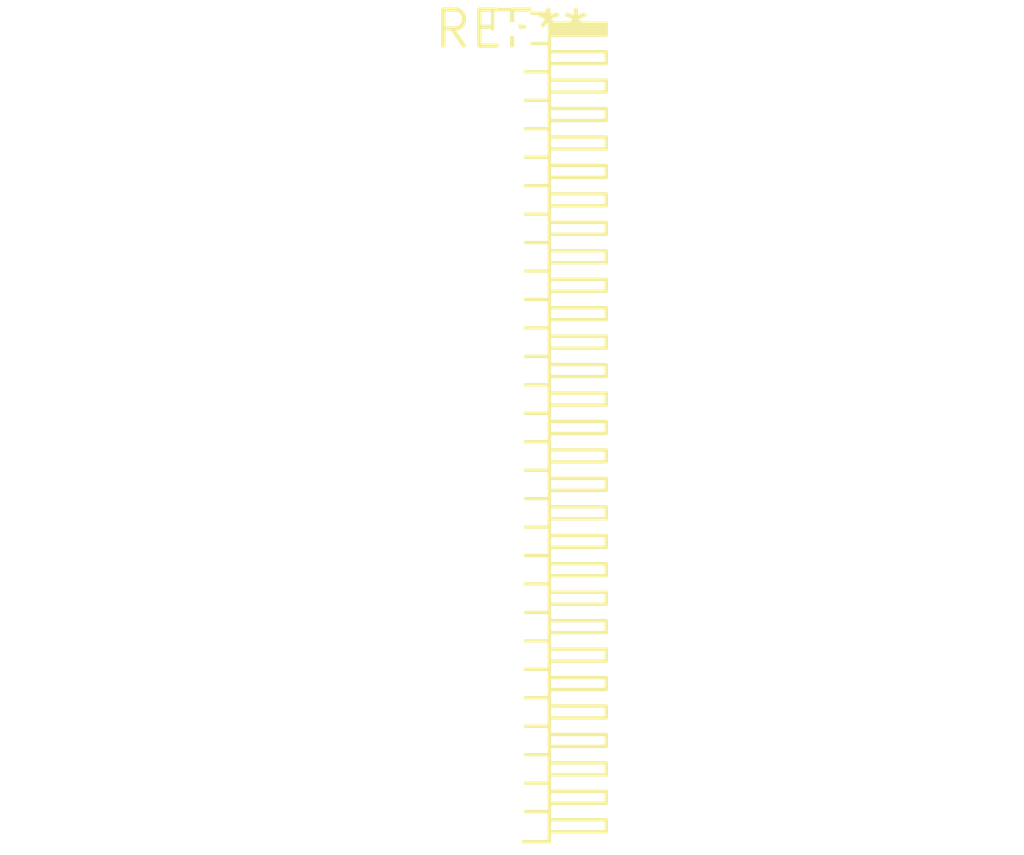
<source format=kicad_pcb>
(kicad_pcb (version 20240108) (generator pcbnew)
  (layers (0 "F.Cu" signal) (31 "B.Cu" signal) (34 "B.Paste" user) (35 "F.Paste" user) (36 "B.SilkS" user "B.Silkscreen") (37 "F.SilkS" user "F.Silkscreen") (38 "B.Mask" user) (39 "F.Mask" user) (44 "Edge.Cuts" user))
  (net 0 "")
  (footprint "PinHeader_1x29_P1.00mm_Horizontal" (layer "F.Cu") (at 0 0)
    (property "Reference" "REF**")
    (property "Value" "PinHeader_1x29_P1.00mm_Horizontal")
    (fp_line (start -0.685 -0.685) (end 0 -0.685) (layer "F.SilkS") (stroke (width 0.12)))
    (fp_line (start -0.685 0) (end -0.685 -0.685) (layer "F.SilkS") (stroke (width 0.12)))
    (fp_line (start 0.468215 1.5) (end 1.31 1.5) (layer "F.SilkS") (stroke (width 0.12)))
    (fp_line (start 0.468215 2.5) (end 1.31 2.5) (layer "F.SilkS") (stroke (width 0.12)))
    (fp_line (start 0.468215 3.5) (end 1.31 3.5) (layer "F.SilkS") (stroke (width 0.12)))
    (fp_line (start 0.468215 4.5) (end 1.31 4.5) (layer "F.SilkS") (stroke (width 0.12)))
    (fp_line (start 0.468215 5.5) (end 1.31 5.5) (layer "F.SilkS") (stroke (width 0.12)))
    (fp_line (start 0.468215 6.5) (end 1.31 6.5) (layer "F.SilkS") (stroke (width 0.12)))
    (fp_line (start 0.468215 7.5) (end 1.31 7.5) (layer "F.SilkS") (stroke (width 0.12)))
    (fp_line (start 0.468215 8.5) (end 1.31 8.5) (layer "F.SilkS") (stroke (width 0.12)))
    (fp_line (start 0.468215 9.5) (end 1.31 9.5) (layer "F.SilkS") (stroke (width 0.12)))
    (fp_line (start 0.468215 10.5) (end 1.31 10.5) (layer "F.SilkS") (stroke (width 0.12)))
    (fp_line (start 0.468215 11.5) (end 1.31 11.5) (layer "F.SilkS") (stroke (width 0.12)))
    (fp_line (start 0.468215 12.5) (end 1.31 12.5) (layer "F.SilkS") (stroke (width 0.12)))
    (fp_line (start 0.468215 13.5) (end 1.31 13.5) (layer "F.SilkS") (stroke (width 0.12)))
    (fp_line (start 0.468215 14.5) (end 1.31 14.5) (layer "F.SilkS") (stroke (width 0.12)))
    (fp_line (start 0.468215 15.5) (end 1.31 15.5) (layer "F.SilkS") (stroke (width 0.12)))
    (fp_line (start 0.468215 16.5) (end 1.31 16.5) (layer "F.SilkS") (stroke (width 0.12)))
    (fp_line (start 0.468215 17.5) (end 1.31 17.5) (layer "F.SilkS") (stroke (width 0.12)))
    (fp_line (start 0.468215 18.5) (end 1.31 18.5) (layer "F.SilkS") (stroke (width 0.12)))
    (fp_line (start 0.468215 19.5) (end 1.31 19.5) (layer "F.SilkS") (stroke (width 0.12)))
    (fp_line (start 0.468215 20.5) (end 1.31 20.5) (layer "F.SilkS") (stroke (width 0.12)))
    (fp_line (start 0.468215 21.5) (end 1.31 21.5) (layer "F.SilkS") (stroke (width 0.12)))
    (fp_line (start 0.468215 22.5) (end 1.31 22.5) (layer "F.SilkS") (stroke (width 0.12)))
    (fp_line (start 0.468215 23.5) (end 1.31 23.5) (layer "F.SilkS") (stroke (width 0.12)))
    (fp_line (start 0.468215 24.5) (end 1.31 24.5) (layer "F.SilkS") (stroke (width 0.12)))
    (fp_line (start 0.468215 25.5) (end 1.31 25.5) (layer "F.SilkS") (stroke (width 0.12)))
    (fp_line (start 0.468215 26.5) (end 1.31 26.5) (layer "F.SilkS") (stroke (width 0.12)))
    (fp_line (start 0.468215 27.5) (end 1.31 27.5) (layer "F.SilkS") (stroke (width 0.12)))
    (fp_line (start 0.685 -0.56) (end 1.31 -0.56) (layer "F.SilkS") (stroke (width 0.12)))
    (fp_line (start 0.685 0.5) (end 1.31 0.5) (layer "F.SilkS") (stroke (width 0.12)))
    (fp_line (start 1.31 -0.56) (end 1.31 28.56) (layer "F.SilkS") (stroke (width 0.12)))
    (fp_line (start 1.31 -0.21) (end 3.31 -0.21) (layer "F.SilkS") (stroke (width 0.12)))
    (fp_line (start 1.31 -0.15) (end 3.31 -0.15) (layer "F.SilkS") (stroke (width 0.12)))
    (fp_line (start 1.31 -0.03) (end 3.31 -0.03) (layer "F.SilkS") (stroke (width 0.12)))
    (fp_line (start 1.31 0.09) (end 3.31 0.09) (layer "F.SilkS") (stroke (width 0.12)))
    (fp_line (start 1.31 0.79) (end 3.31 0.79) (layer "F.SilkS") (stroke (width 0.12)))
    (fp_line (start 1.31 1.79) (end 3.31 1.79) (layer "F.SilkS") (stroke (width 0.12)))
    (fp_line (start 1.31 2.79) (end 3.31 2.79) (layer "F.SilkS") (stroke (width 0.12)))
    (fp_line (start 1.31 3.79) (end 3.31 3.79) (layer "F.SilkS") (stroke (width 0.12)))
    (fp_line (start 1.31 4.79) (end 3.31 4.79) (layer "F.SilkS") (stroke (width 0.12)))
    (fp_line (start 1.31 5.79) (end 3.31 5.79) (layer "F.SilkS") (stroke (width 0.12)))
    (fp_line (start 1.31 6.79) (end 3.31 6.79) (layer "F.SilkS") (stroke (width 0.12)))
    (fp_line (start 1.31 7.79) (end 3.31 7.79) (layer "F.SilkS") (stroke (width 0.12)))
    (fp_line (start 1.31 8.79) (end 3.31 8.79) (layer "F.SilkS") (stroke (width 0.12)))
    (fp_line (start 1.31 9.79) (end 3.31 9.79) (layer "F.SilkS") (stroke (width 0.12)))
    (fp_line (start 1.31 10.79) (end 3.31 10.79) (layer "F.SilkS") (stroke (width 0.12)))
    (fp_line (start 1.31 11.79) (end 3.31 11.79) (layer "F.SilkS") (stroke (width 0.12)))
    (fp_line (start 1.31 12.79) (end 3.31 12.79) (layer "F.SilkS") (stroke (width 0.12)))
    (fp_line (start 1.31 13.79) (end 3.31 13.79) (layer "F.SilkS") (stroke (width 0.12)))
    (fp_line (start 1.31 14.79) (end 3.31 14.79) (layer "F.SilkS") (stroke (width 0.12)))
    (fp_line (start 1.31 15.79) (end 3.31 15.79) (layer "F.SilkS") (stroke (width 0.12)))
    (fp_line (start 1.31 16.79) (end 3.31 16.79) (layer "F.SilkS") (stroke (width 0.12)))
    (fp_line (start 1.31 17.79) (end 3.31 17.79) (layer "F.SilkS") (stroke (width 0.12)))
    (fp_line (start 1.31 18.79) (end 3.31 18.79) (layer "F.SilkS") (stroke (width 0.12)))
    (fp_line (start 1.31 19.79) (end 3.31 19.79) (layer "F.SilkS") (stroke (width 0.12)))
    (fp_line (start 1.31 20.79) (end 3.31 20.79) (layer "F.SilkS") (stroke (width 0.12)))
    (fp_line (start 1.31 21.79) (end 3.31 21.79) (layer "F.SilkS") (stroke (width 0.12)))
    (fp_line (start 1.31 22.79) (end 3.31 22.79) (layer "F.SilkS") (stroke (width 0.12)))
    (fp_line (start 1.31 23.79) (end 3.31 23.79) (layer "F.SilkS") (stroke (width 0.12)))
    (fp_line (start 1.31 24.79) (end 3.31 24.79) (layer "F.SilkS") (stroke (width 0.12)))
    (fp_line (start 1.31 25.79) (end 3.31 25.79) (layer "F.SilkS") (stroke (width 0.12)))
    (fp_line (start 1.31 26.79) (end 3.31 26.79) (layer "F.SilkS") (stroke (width 0.12)))
    (fp_line (start 1.31 27.79) (end 3.31 27.79) (layer "F.SilkS") (stroke (width 0.12)))
    (fp_line (start 1.31 28.56) (end 0.394493 28.56) (layer "F.SilkS") (stroke (width 0.12)))
    (fp_line (start 3.31 -0.21) (end 3.31 0.21) (layer "F.SilkS") (stroke (width 0.12)))
    (fp_line (start 3.31 0.21) (end 1.31 0.21) (layer "F.SilkS") (stroke (width 0.12)))
    (fp_line (start 3.31 0.79) (end 3.31 1.21) (layer "F.SilkS") (stroke (width 0.12)))
    (fp_line (start 3.31 1.21) (end 1.31 1.21) (layer "F.SilkS") (stroke (width 0.12)))
    (fp_line (start 3.31 1.79) (end 3.31 2.21) (layer "F.SilkS") (stroke (width 0.12)))
    (fp_line (start 3.31 2.21) (end 1.31 2.21) (layer "F.SilkS") (stroke (width 0.12)))
    (fp_line (start 3.31 2.79) (end 3.31 3.21) (layer "F.SilkS") (stroke (width 0.12)))
    (fp_line (start 3.31 3.21) (end 1.31 3.21) (layer "F.SilkS") (stroke (width 0.12)))
    (fp_line (start 3.31 3.79) (end 3.31 4.21) (layer "F.SilkS") (stroke (width 0.12)))
    (fp_line (start 3.31 4.21) (end 1.31 4.21) (layer "F.SilkS") (stroke (width 0.12)))
    (fp_line (start 3.31 4.79) (end 3.31 5.21) (layer "F.SilkS") (stroke (width 0.12)))
    (fp_line (start 3.31 5.21) (end 1.31 5.21) (layer "F.SilkS") (stroke (width 0.12)))
    (fp_line (start 3.31 5.79) (end 3.31 6.21) (layer "F.SilkS") (stroke (width 0.12)))
    (fp_line (start 3.31 6.21) (end 1.31 6.21) (layer "F.SilkS") (stroke (width 0.12)))
    (fp_line (start 3.31 6.79) (end 3.31 7.21) (layer "F.SilkS") (stroke (width 0.12)))
    (fp_line (start 3.31 7.21) (end 1.31 7.21) (layer "F.SilkS") (stroke (width 0.12)))
    (fp_line (start 3.31 7.79) (end 3.31 8.21) (layer "F.SilkS") (stroke (width 0.12)))
    (fp_line (start 3.31 8.21) (end 1.31 8.21) (layer "F.SilkS") (stroke (width 0.12)))
    (fp_line (start 3.31 8.79) (end 3.31 9.21) (layer "F.SilkS") (stroke (width 0.12)))
    (fp_line (start 3.31 9.21) (end 1.31 9.21) (layer "F.SilkS") (stroke (width 0.12)))
    (fp_line (start 3.31 9.79) (end 3.31 10.21) (layer "F.SilkS") (stroke (width 0.12)))
    (fp_line (start 3.31 10.21) (end 1.31 10.21) (layer "F.SilkS") (stroke (width 0.12)))
    (fp_line (start 3.31 10.79) (end 3.31 11.21) (layer "F.SilkS") (stroke (width 0.12)))
    (fp_line (start 3.31 11.21) (end 1.31 11.21) (layer "F.SilkS") (stroke (width 0.12)))
    (fp_line (start 3.31 11.79) (end 3.31 12.21) (layer "F.SilkS") (stroke (width 0.12)))
    (fp_line (start 3.31 12.21) (end 1.31 12.21) (layer "F.SilkS") (stroke (width 0.12)))
    (fp_line (start 3.31 12.79) (end 3.31 13.21) (layer "F.SilkS") (stroke (width 0.12)))
    (fp_line (start 3.31 13.21) (end 1.31 13.21) (layer "F.SilkS") (stroke (width 0.12)))
    (fp_line (start 3.31 13.79) (end 3.31 14.21) (layer "F.SilkS") (stroke (width 0.12)))
    (fp_line (start 3.31 14.21) (end 1.31 14.21) (layer "F.SilkS") (stroke (width 0.12)))
    (fp_line (start 3.31 14.79) (end 3.31 15.21) (layer "F.SilkS") (stroke (width 0.12)))
    (fp_line (start 3.31 15.21) (end 1.31 15.21) (layer "F.SilkS") (stroke (width 0.12)))
    (fp_line (start 3.31 15.79) (end 3.31 16.21) (layer "F.SilkS") (stroke (width 0.12)))
    (fp_line (start 3.31 16.21) (end 1.31 16.21) (layer "F.SilkS") (stroke (width 0.12)))
    (fp_line (start 3.31 16.79) (end 3.31 17.21) (layer "F.SilkS") (stroke (width 0.12)))
    (fp_line (start 3.31 17.21) (end 1.31 17.21) (layer "F.SilkS") (stroke (width 0.12)))
    (fp_line (start 3.31 17.79) (end 3.31 18.21) (layer "F.SilkS") (stroke (width 0.12)))
    (fp_line (start 3.31 18.21) (end 1.31 18.21) (layer "F.SilkS") (stroke (width 0.12)))
    (fp_line (start 3.31 18.79) (end 3.31 19.21) (layer "F.SilkS") (stroke (width 0.12)))
    (fp_line (start 3.31 19.21) (end 1.31 19.21) (layer "F.SilkS") (stroke (width 0.12)))
    (fp_line (start 3.31 19.79) (end 3.31 20.21) (layer "F.SilkS") (stroke (width 0.12)))
    (fp_line (start 3.31 20.21) (end 1.31 20.21) (layer "F.SilkS") (stroke (width 0.12)))
    (fp_line (start 3.31 20.79) (end 3.31 21.21) (layer "F.SilkS") (stroke (width 0.12)))
    (fp_line (start 3.31 21.21) (end 1.31 21.21) (layer "F.SilkS") (stroke (width 0.12)))
    (fp_line (start 3.31 21.79) (end 3.31 22.21) (layer "F.SilkS") (stroke (width 0.12)))
    (fp_line (start 3.31 22.21) (end 1.31 22.21) (layer "F.SilkS") (stroke (width 0.12)))
    (fp_line (start 3.31 22.79) (end 3.31 23.21) (layer "F.SilkS") (stroke (width 0.12)))
    (fp_line (start 3.31 23.21) (end 1.31 23.21) (layer "F.SilkS") (stroke (width 0.12)))
    (fp_line (start 3.31 23.79) (end 3.31 24.21) (layer "F.SilkS") (stroke (width 0.12)))
    (fp_line (start 3.31 24.21) (end 1.31 24.21) (layer "F.SilkS") (stroke (width 0.12)))
    (fp_line (start 3.31 24.79) (end 3.31 25.21) (layer "F.SilkS") (stroke (width 0.12)))
    (fp_line (start 3.31 25.21) (end 1.31 25.21) (layer "F.SilkS") (stroke (width 0.12)))
    (fp_line (start 3.31 25.79) (end 3.31 26.21) (layer "F.SilkS") (stroke (width 0.12)))
    (fp_line (start 3.31 26.21) (end 1.31 26.21) (layer "F.SilkS") (stroke (width 0.12)))
    (fp_line (start 3.31 26.79) (end 3.31 27.21) (layer "F.SilkS") (stroke (width 0.12)))
    (fp_line (start 3.31 27.21) (end 1.31 27.21) (layer "F.SilkS") (stroke (width 0.12)))
    (fp_line (start 3.31 27.79) (end 3.31 28.21) (layer "F.SilkS") (stroke (width 0.12)))
    (fp_line (start 3.31 28.21) (end 1.31 28.21) (layer "F.SilkS") (stroke (width 0.12)))
    (pad "1" thru_hole rect (at 0 0) (size 0.85 0.85) (drill 0.5) (layers *.Cu *.Mask) (remove_unused_layers))
    (pad "2" thru_hole oval (at 0 1) (size 0.85 0.85) (drill 0.5) (layers *.Cu *.Mask) (remove_unused_layers))
    (pad "3" thru_hole oval (at 0 2) (size 0.85 0.85) (drill 0.5) (layers *.Cu *.Mask) (remove_unused_layers))
    (pad "4" thru_hole oval (at 0 3) (size 0.85 0.85) (drill 0.5) (layers *.Cu *.Mask) (remove_unused_layers))
    (pad "5" thru_hole oval (at 0 4) (size 0.85 0.85) (drill 0.5) (layers *.Cu *.Mask) (remove_unused_layers))
    (pad "6" thru_hole oval (at 0 5) (size 0.85 0.85) (drill 0.5) (layers *.Cu *.Mask) (remove_unused_layers))
    (pad "7" thru_hole oval (at 0 6) (size 0.85 0.85) (drill 0.5) (layers *.Cu *.Mask) (remove_unused_layers))
    (pad "8" thru_hole oval (at 0 7) (size 0.85 0.85) (drill 0.5) (layers *.Cu *.Mask) (remove_unused_layers))
    (pad "9" thru_hole oval (at 0 8) (size 0.85 0.85) (drill 0.5) (layers *.Cu *.Mask) (remove_unused_layers))
    (pad "10" thru_hole oval (at 0 9) (size 0.85 0.85) (drill 0.5) (layers *.Cu *.Mask) (remove_unused_layers))
    (pad "11" thru_hole oval (at 0 10) (size 0.85 0.85) (drill 0.5) (layers *.Cu *.Mask) (remove_unused_layers))
    (pad "12" thru_hole oval (at 0 11) (size 0.85 0.85) (drill 0.5) (layers *.Cu *.Mask) (remove_unused_layers))
    (pad "13" thru_hole oval (at 0 12) (size 0.85 0.85) (drill 0.5) (layers *.Cu *.Mask) (remove_unused_layers))
    (pad "14" thru_hole oval (at 0 13) (size 0.85 0.85) (drill 0.5) (layers *.Cu *.Mask) (remove_unused_layers))
    (pad "15" thru_hole oval (at 0 14) (size 0.85 0.85) (drill 0.5) (layers *.Cu *.Mask) (remove_unused_layers))
    (pad "16" thru_hole oval (at 0 15) (size 0.85 0.85) (drill 0.5) (layers *.Cu *.Mask) (remove_unused_layers))
    (pad "17" thru_hole oval (at 0 16) (size 0.85 0.85) (drill 0.5) (layers *.Cu *.Mask) (remove_unused_layers))
    (pad "18" thru_hole oval (at 0 17) (size 0.85 0.85) (drill 0.5) (layers *.Cu *.Mask) (remove_unused_layers))
    (pad "19" thru_hole oval (at 0 18) (size 0.85 0.85) (drill 0.5) (layers *.Cu *.Mask) (remove_unused_layers))
    (pad "20" thru_hole oval (at 0 19) (size 0.85 0.85) (drill 0.5) (layers *.Cu *.Mask) (remove_unused_layers))
    (pad "21" thru_hole oval (at 0 20) (size 0.85 0.85) (drill 0.5) (layers *.Cu *.Mask) (remove_unused_layers))
    (pad "22" thru_hole oval (at 0 21) (size 0.85 0.85) (drill 0.5) (layers *.Cu *.Mask) (remove_unused_layers))
    (pad "23" thru_hole oval (at 0 22) (size 0.85 0.85) (drill 0.5) (layers *.Cu *.Mask) (remove_unused_layers))
    (pad "24" thru_hole oval (at 0 23) (size 0.85 0.85) (drill 0.5) (layers *.Cu *.Mask) (remove_unused_layers))
    (pad "25" thru_hole oval (at 0 24) (size 0.85 0.85) (drill 0.5) (layers *.Cu *.Mask) (remove_unused_layers))
    (pad "26" thru_hole oval (at 0 25) (size 0.85 0.85) (drill 0.5) (layers *.Cu *.Mask) (remove_unused_layers))
    (pad "27" thru_hole oval (at 0 26) (size 0.85 0.85) (drill 0.5) (layers *.Cu *.Mask) (remove_unused_layers))
    (pad "28" thru_hole oval (at 0 27) (size 0.85 0.85) (drill 0.5) (layers *.Cu *.Mask) (remove_unused_layers))
    (pad "29" thru_hole oval (at 0 28) (size 0.85 0.85) (drill 0.5) (layers *.Cu *.Mask) (remove_unused_layers))
  )
)
</source>
